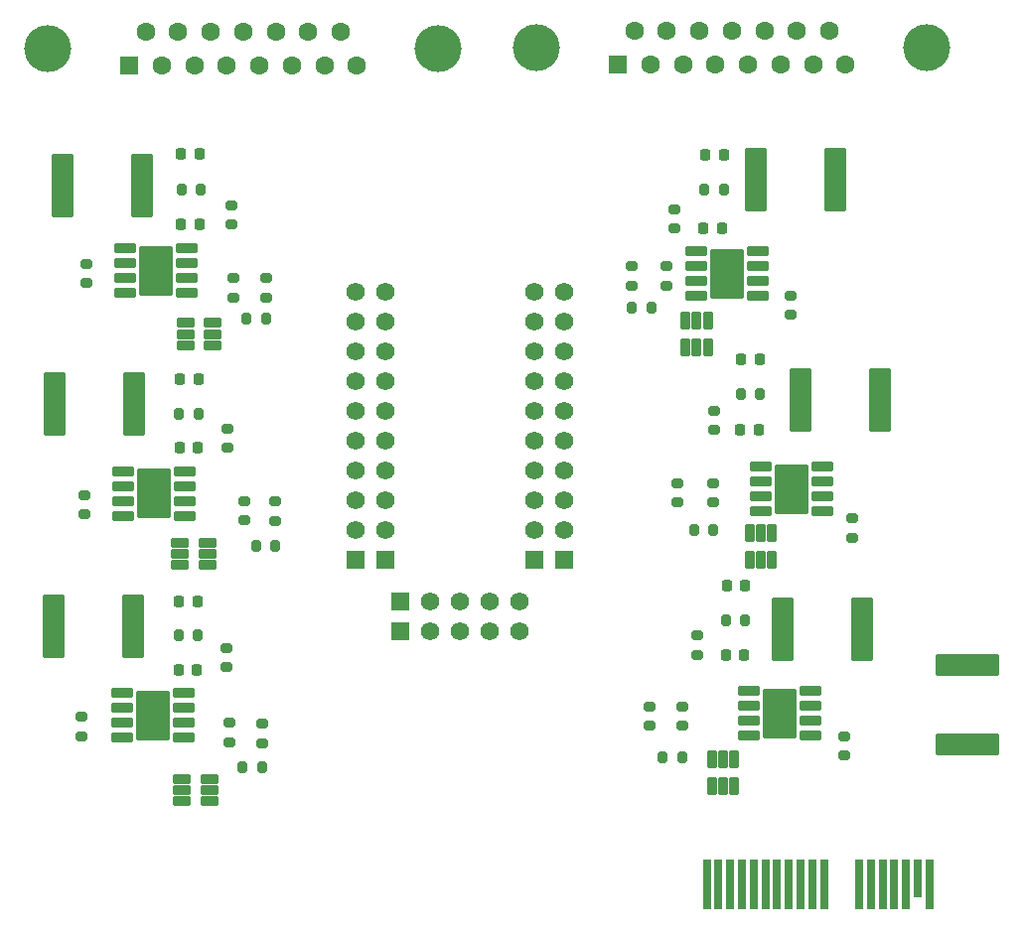
<source format=gbr>
%TF.GenerationSoftware,KiCad,Pcbnew,7.0.7*%
%TF.CreationDate,2023-10-23T22:40:38-07:00*%
%TF.ProjectId,MOSFET-board,4d4f5346-4554-42d6-926f-6172642e6b69,rev?*%
%TF.SameCoordinates,Original*%
%TF.FileFunction,Soldermask,Top*%
%TF.FilePolarity,Negative*%
%FSLAX46Y46*%
G04 Gerber Fmt 4.6, Leading zero omitted, Abs format (unit mm)*
G04 Created by KiCad (PCBNEW 7.0.7) date 2023-10-23 22:40:38*
%MOMM*%
%LPD*%
G01*
G04 APERTURE LIST*
G04 Aperture macros list*
%AMRoundRect*
0 Rectangle with rounded corners*
0 $1 Rounding radius*
0 $2 $3 $4 $5 $6 $7 $8 $9 X,Y pos of 4 corners*
0 Add a 4 corners polygon primitive as box body*
4,1,4,$2,$3,$4,$5,$6,$7,$8,$9,$2,$3,0*
0 Add four circle primitives for the rounded corners*
1,1,$1+$1,$2,$3*
1,1,$1+$1,$4,$5*
1,1,$1+$1,$6,$7*
1,1,$1+$1,$8,$9*
0 Add four rect primitives between the rounded corners*
20,1,$1+$1,$2,$3,$4,$5,0*
20,1,$1+$1,$4,$5,$6,$7,0*
20,1,$1+$1,$6,$7,$8,$9,0*
20,1,$1+$1,$8,$9,$2,$3,0*%
G04 Aperture macros list end*
%ADD10C,1.560000*%
%ADD11R,1.560000X1.560000*%
%ADD12RoundRect,0.250000X-0.712500X-2.475000X0.712500X-2.475000X0.712500X2.475000X-0.712500X2.475000X0*%
%ADD13RoundRect,0.200000X-0.200000X-0.275000X0.200000X-0.275000X0.200000X0.275000X-0.200000X0.275000X0*%
%ADD14RoundRect,0.200000X0.275000X-0.200000X0.275000X0.200000X-0.275000X0.200000X-0.275000X-0.200000X0*%
%ADD15RoundRect,0.141900X0.800100X0.245100X-0.800100X0.245100X-0.800100X-0.245100X0.800100X-0.245100X0*%
%ADD16RoundRect,0.102000X1.325000X2.000000X-1.325000X2.000000X-1.325000X-2.000000X1.325000X-2.000000X0*%
%ADD17RoundRect,0.200000X-0.275000X0.200000X-0.275000X-0.200000X0.275000X-0.200000X0.275000X0.200000X0*%
%ADD18C,4.000000*%
%ADD19R,1.600000X1.600000*%
%ADD20C,1.600000*%
%ADD21RoundRect,0.218750X-0.218750X-0.256250X0.218750X-0.256250X0.218750X0.256250X-0.218750X0.256250X0*%
%ADD22RoundRect,0.250000X2.475000X-0.712500X2.475000X0.712500X-2.475000X0.712500X-2.475000X-0.712500X0*%
%ADD23RoundRect,0.190500X-0.206500X0.606500X-0.206500X-0.606500X0.206500X-0.606500X0.206500X0.606500X0*%
%ADD24RoundRect,0.200000X0.200000X0.275000X-0.200000X0.275000X-0.200000X-0.275000X0.200000X-0.275000X0*%
%ADD25RoundRect,0.141900X-0.800100X-0.245100X0.800100X-0.245100X0.800100X0.245100X-0.800100X0.245100X0*%
%ADD26RoundRect,0.102000X-1.325000X-2.000000X1.325000X-2.000000X1.325000X2.000000X-1.325000X2.000000X0*%
%ADD27RoundRect,0.218750X0.218750X0.256250X-0.218750X0.256250X-0.218750X-0.256250X0.218750X-0.256250X0*%
%ADD28RoundRect,0.190500X-0.606500X-0.206500X0.606500X-0.206500X0.606500X0.206500X-0.606500X0.206500X0*%
%ADD29R,0.700000X4.300000*%
%ADD30R,0.700000X3.200000*%
%ADD31RoundRect,0.250000X0.712500X2.475000X-0.712500X2.475000X-0.712500X-2.475000X0.712500X-2.475000X0*%
G04 APERTURE END LIST*
D10*
%TO.C,U11*%
X153598900Y-94045500D03*
X153598900Y-96585500D03*
X153598900Y-99125500D03*
X153598900Y-101665500D03*
X153598900Y-104205500D03*
X153598900Y-106745500D03*
X153598900Y-109285500D03*
X153598900Y-111825500D03*
X153598900Y-114365500D03*
D11*
X153598900Y-116905500D03*
X157408900Y-123001500D03*
D10*
X159948900Y-123001500D03*
X162488900Y-123001500D03*
X165028900Y-123001500D03*
X167568900Y-123001500D03*
D11*
X171378340Y-116905500D03*
D10*
X171378340Y-114365500D03*
X171378340Y-111825500D03*
X171378340Y-109285500D03*
X171378340Y-106745500D03*
X171378340Y-104205500D03*
X171378340Y-101665500D03*
X171378340Y-99125500D03*
X171378340Y-96585500D03*
X171378340Y-94045500D03*
%TD*%
D12*
%TO.C,F7*%
X190062500Y-122875000D03*
X196837500Y-122875000D03*
%TD*%
D13*
%TO.C,R85*%
X144340000Y-96350000D03*
X145990000Y-96350000D03*
%TD*%
D14*
%TO.C,R100*%
X184125000Y-112025000D03*
X184125000Y-110375000D03*
%TD*%
D15*
%TO.C,U6*%
X192408000Y-131930000D03*
X192408000Y-130660000D03*
X192408000Y-129390000D03*
X192408000Y-128120000D03*
X187178000Y-128120000D03*
X187178000Y-129390000D03*
X187178000Y-130660000D03*
X187178000Y-131930000D03*
D16*
X189793000Y-130025000D03*
%TD*%
D10*
%TO.C,*%
X168860000Y-104210000D03*
%TD*%
D17*
%TO.C,R104*%
X130500000Y-111425000D03*
X130500000Y-113075000D03*
%TD*%
%TO.C,R110*%
X195950000Y-113400000D03*
X195950000Y-115050000D03*
%TD*%
%TO.C,R33*%
X180800000Y-87025000D03*
X180800000Y-88675000D03*
%TD*%
D18*
%TO.C,J3*%
X160688000Y-73320331D03*
X127388000Y-73320331D03*
D19*
X134343000Y-74740331D03*
D20*
X137113000Y-74740331D03*
X139883000Y-74740331D03*
X142653000Y-74740331D03*
X145423000Y-74740331D03*
X148193000Y-74740331D03*
X150963000Y-74740331D03*
X153733000Y-74740331D03*
X135728000Y-71900331D03*
X138498000Y-71900331D03*
X141268000Y-71900331D03*
X144038000Y-71900331D03*
X146808000Y-71900331D03*
X149578000Y-71900331D03*
X152348000Y-71900331D03*
%TD*%
D13*
%TO.C,R22*%
X185200000Y-122125000D03*
X186850000Y-122125000D03*
%TD*%
D14*
%TO.C,R75*%
X146040000Y-94550000D03*
X146040000Y-92900000D03*
%TD*%
D11*
%TO.C,*%
X156160000Y-116910000D03*
%TD*%
D10*
%TO.C,*%
X156160000Y-111830000D03*
%TD*%
D21*
%TO.C,D49*%
X183442500Y-82350000D03*
X185017500Y-82350000D03*
%TD*%
%TO.C,D50*%
X186462500Y-99875000D03*
X188037500Y-99875000D03*
%TD*%
D14*
%TO.C,R95*%
X143190000Y-94575000D03*
X143190000Y-92925000D03*
%TD*%
D10*
%TO.C,*%
X167570000Y-120460000D03*
%TD*%
D12*
%TO.C,F10*%
X187737500Y-84500000D03*
X194512500Y-84500000D03*
%TD*%
D22*
%TO.C,F1*%
X205775000Y-132687500D03*
X205775000Y-125912500D03*
%TD*%
D10*
%TO.C,*%
X156160000Y-99130000D03*
%TD*%
D23*
%TO.C,U27*%
X185900000Y-133930000D03*
X184950000Y-133930000D03*
X184000000Y-133930000D03*
X184000000Y-136260000D03*
X184950000Y-136260000D03*
X185900000Y-136260000D03*
%TD*%
D17*
%TO.C,R105*%
X130690000Y-91700000D03*
X130690000Y-93350000D03*
%TD*%
D10*
%TO.C,*%
X168860000Y-94050000D03*
%TD*%
D14*
%TO.C,R94*%
X144150000Y-113575000D03*
X144150000Y-111925000D03*
%TD*%
D10*
%TO.C,*%
X156160000Y-109290000D03*
%TD*%
D24*
%TO.C,R90*%
X184125000Y-114375000D03*
X182475000Y-114375000D03*
%TD*%
D10*
%TO.C,*%
X168860000Y-106750000D03*
%TD*%
D25*
%TO.C,U1*%
X133702500Y-128290000D03*
X133702500Y-129560000D03*
X133702500Y-130830000D03*
X133702500Y-132100000D03*
X138932500Y-132100000D03*
X138932500Y-130830000D03*
X138932500Y-129560000D03*
X138932500Y-128290000D03*
D26*
X136317500Y-130195000D03*
%TD*%
D15*
%TO.C,U4*%
X193380000Y-112805000D03*
X193380000Y-111535000D03*
X193380000Y-110265000D03*
X193380000Y-108995000D03*
X188150000Y-108995000D03*
X188150000Y-110265000D03*
X188150000Y-111535000D03*
X188150000Y-112805000D03*
D16*
X190765000Y-110900000D03*
%TD*%
D13*
%TO.C,R34*%
X183350000Y-85375000D03*
X185000000Y-85375000D03*
%TD*%
D10*
%TO.C,*%
X168860000Y-109290000D03*
%TD*%
D27*
%TO.C,D44*%
X140212500Y-101525000D03*
X138637500Y-101525000D03*
%TD*%
D10*
%TO.C,*%
X168860000Y-96590000D03*
%TD*%
D28*
%TO.C,U26*%
X139100000Y-96740000D03*
X139100000Y-97690000D03*
X139100000Y-98640000D03*
X141430000Y-98640000D03*
X141430000Y-97690000D03*
X141430000Y-96740000D03*
%TD*%
D23*
%TO.C,U30*%
X183650000Y-96490000D03*
X182700000Y-96490000D03*
X181750000Y-96490000D03*
X181750000Y-98820000D03*
X182700000Y-98820000D03*
X183650000Y-98820000D03*
%TD*%
D13*
%TO.C,R84*%
X145125000Y-115775000D03*
X146775000Y-115775000D03*
%TD*%
D17*
%TO.C,R13*%
X142714750Y-105757250D03*
X142714750Y-107407250D03*
%TD*%
D14*
%TO.C,R99*%
X180150000Y-93550000D03*
X180150000Y-91900000D03*
%TD*%
D17*
%TO.C,R21*%
X182775000Y-123400000D03*
X182775000Y-125050000D03*
%TD*%
D24*
%TO.C,R10*%
X140175000Y-123375000D03*
X138525000Y-123375000D03*
%TD*%
D27*
%TO.C,D33*%
X184837500Y-88675000D03*
X183262500Y-88675000D03*
%TD*%
D14*
%TO.C,R80*%
X181025000Y-112025000D03*
X181025000Y-110375000D03*
%TD*%
D15*
%TO.C,U2*%
X187930000Y-94435000D03*
X187930000Y-93165000D03*
X187930000Y-91895000D03*
X187930000Y-90625000D03*
X182700000Y-90625000D03*
X182700000Y-91895000D03*
X182700000Y-93165000D03*
X182700000Y-94435000D03*
D16*
X185315000Y-92530000D03*
%TD*%
D28*
%TO.C,U24*%
X138840000Y-135650000D03*
X138840000Y-136600000D03*
X138840000Y-137550000D03*
X141170000Y-137550000D03*
X141170000Y-136600000D03*
X141170000Y-135650000D03*
%TD*%
D23*
%TO.C,U31*%
X189100000Y-114622500D03*
X188150000Y-114622500D03*
X187200000Y-114622500D03*
X187200000Y-116952500D03*
X188150000Y-116952500D03*
X189100000Y-116952500D03*
%TD*%
D10*
%TO.C,*%
X156160000Y-94050000D03*
%TD*%
D11*
%TO.C,*%
X168860000Y-116910000D03*
%TD*%
D10*
%TO.C,*%
X156160000Y-114370000D03*
%TD*%
D29*
%TO.C,J1*%
X183550160Y-144641000D03*
X184550160Y-144641000D03*
X185550160Y-144641000D03*
X186550160Y-144641000D03*
X187550160Y-144641000D03*
X188550160Y-144641000D03*
X189550160Y-144641000D03*
X190550160Y-144641000D03*
X191550160Y-144641000D03*
X192550160Y-144641000D03*
X193550160Y-144641000D03*
X196550160Y-144641000D03*
X197550160Y-144641000D03*
X198550160Y-144641000D03*
X199550160Y-144641000D03*
X200550160Y-144641000D03*
D30*
X201550160Y-144091000D03*
D29*
X202550160Y-144641000D03*
%TD*%
D10*
%TO.C,*%
X156160000Y-104210000D03*
%TD*%
D24*
%TO.C,R14*%
X140225000Y-104500000D03*
X138575000Y-104500000D03*
%TD*%
D17*
%TO.C,R9*%
X142622250Y-124461250D03*
X142622250Y-126111250D03*
%TD*%
D27*
%TO.C,D37*%
X187962500Y-105850000D03*
X186387500Y-105850000D03*
%TD*%
D12*
%TO.C,F11*%
X191512500Y-103330000D03*
X198287500Y-103330000D03*
%TD*%
D10*
%TO.C,*%
X168860000Y-101670000D03*
%TD*%
D27*
%TO.C,D43*%
X140137500Y-120475000D03*
X138562500Y-120475000D03*
%TD*%
D17*
%TO.C,R103*%
X130225000Y-130350000D03*
X130225000Y-132000000D03*
%TD*%
D14*
%TO.C,R96*%
X181475000Y-131075000D03*
X181475000Y-129425000D03*
%TD*%
%TO.C,R76*%
X178650000Y-131075000D03*
X178650000Y-129425000D03*
%TD*%
%TO.C,R74*%
X146775000Y-113600000D03*
X146775000Y-111950000D03*
%TD*%
%TO.C,R79*%
X177175000Y-93550000D03*
X177175000Y-91900000D03*
%TD*%
D13*
%TO.C,R38*%
X186450000Y-102825000D03*
X188100000Y-102825000D03*
%TD*%
D17*
%TO.C,R109*%
X190675000Y-94400000D03*
X190675000Y-96050000D03*
%TD*%
%TO.C,R17*%
X143065000Y-86700000D03*
X143065000Y-88350000D03*
%TD*%
D14*
%TO.C,R73*%
X145700000Y-132575000D03*
X145700000Y-130925000D03*
%TD*%
D24*
%TO.C,R89*%
X178825000Y-95425000D03*
X177175000Y-95425000D03*
%TD*%
D18*
%TO.C,J2*%
X202344000Y-73256000D03*
X169044000Y-73256000D03*
D19*
X175999000Y-74676000D03*
D20*
X178769000Y-74676000D03*
X181539000Y-74676000D03*
X184309000Y-74676000D03*
X187079000Y-74676000D03*
X189849000Y-74676000D03*
X192619000Y-74676000D03*
X195389000Y-74676000D03*
X177384000Y-71836000D03*
X180154000Y-71836000D03*
X182924000Y-71836000D03*
X185694000Y-71836000D03*
X188464000Y-71836000D03*
X191234000Y-71836000D03*
X194004000Y-71836000D03*
%TD*%
D10*
%TO.C,*%
X159950000Y-120460000D03*
%TD*%
D21*
%TO.C,D17*%
X138752500Y-88300000D03*
X140327500Y-88300000D03*
%TD*%
D27*
%TO.C,D45*%
X140327500Y-82325000D03*
X138752500Y-82325000D03*
%TD*%
D28*
%TO.C,U25*%
X138640000Y-115460000D03*
X138640000Y-116410000D03*
X138640000Y-117360000D03*
X140970000Y-117360000D03*
X140970000Y-116410000D03*
X140970000Y-115460000D03*
%TD*%
D10*
%TO.C,*%
X168860000Y-99130000D03*
%TD*%
D11*
%TO.C,*%
X157410000Y-120460000D03*
%TD*%
D25*
%TO.C,U3*%
X133795000Y-109395000D03*
X133795000Y-110665000D03*
X133795000Y-111935000D03*
X133795000Y-113205000D03*
X139025000Y-113205000D03*
X139025000Y-111935000D03*
X139025000Y-110665000D03*
X139025000Y-109395000D03*
D26*
X136410000Y-111300000D03*
%TD*%
D10*
%TO.C,*%
X168860000Y-111830000D03*
%TD*%
D31*
%TO.C,F4*%
X134625000Y-122575000D03*
X127850000Y-122575000D03*
%TD*%
D10*
%TO.C,*%
X156160000Y-106750000D03*
%TD*%
%TO.C,*%
X162490000Y-120460000D03*
%TD*%
D17*
%TO.C,R37*%
X184200000Y-104200000D03*
X184200000Y-105850000D03*
%TD*%
D21*
%TO.C,D13*%
X138625250Y-107407250D03*
X140200250Y-107407250D03*
%TD*%
%TO.C,D46*%
X185250000Y-119175000D03*
X186825000Y-119175000D03*
%TD*%
D31*
%TO.C,F6*%
X135455619Y-84980001D03*
X128680619Y-84980001D03*
%TD*%
D27*
%TO.C,D21*%
X186762500Y-125050000D03*
X185187500Y-125050000D03*
%TD*%
D10*
%TO.C,*%
X156160000Y-101670000D03*
%TD*%
D24*
%TO.C,R18*%
X140415000Y-85350000D03*
X138765000Y-85350000D03*
%TD*%
D25*
%TO.C,U5*%
X134010000Y-90370000D03*
X134010000Y-91640000D03*
X134010000Y-92910000D03*
X134010000Y-94180000D03*
X139240000Y-94180000D03*
X139240000Y-92910000D03*
X139240000Y-91640000D03*
X139240000Y-90370000D03*
D26*
X136625000Y-92275000D03*
%TD*%
D24*
%TO.C,R86*%
X181450000Y-133825000D03*
X179800000Y-133825000D03*
%TD*%
D17*
%TO.C,R106*%
X195300000Y-131975000D03*
X195300000Y-133625000D03*
%TD*%
D13*
%TO.C,R83*%
X144000000Y-134625000D03*
X145650000Y-134625000D03*
%TD*%
D21*
%TO.C,D9*%
X138532750Y-126302250D03*
X140107750Y-126302250D03*
%TD*%
D10*
%TO.C,*%
X168860000Y-114370000D03*
%TD*%
%TO.C,*%
X156160000Y-96590000D03*
%TD*%
%TO.C,*%
X165030000Y-120460000D03*
%TD*%
D31*
%TO.C,F5*%
X134717500Y-103680000D03*
X127942500Y-103680000D03*
%TD*%
D14*
%TO.C,R93*%
X142875000Y-132500000D03*
X142875000Y-130850000D03*
%TD*%
M02*

</source>
